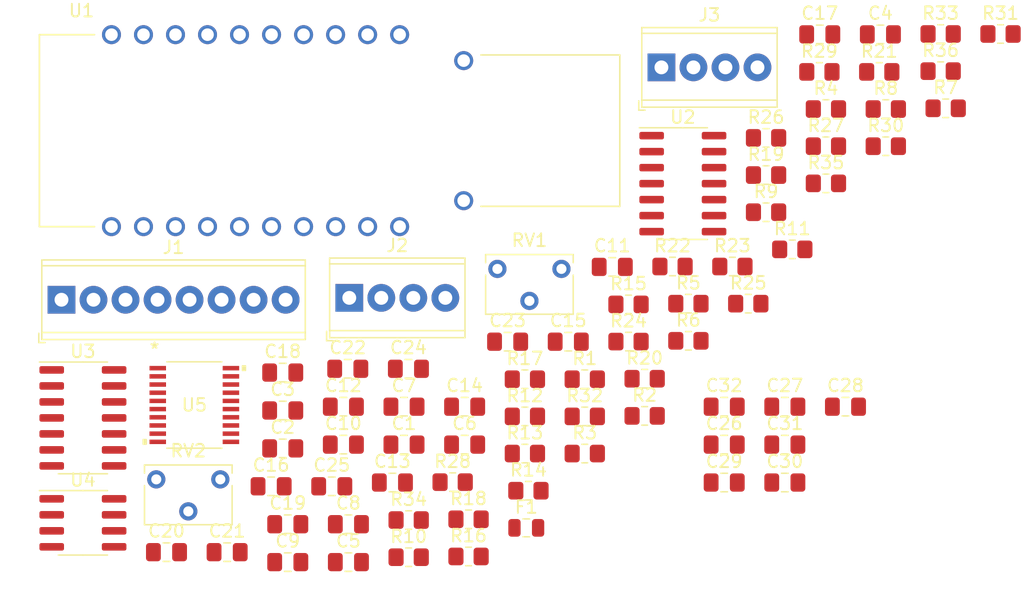
<source format=kicad_pcb>
(kicad_pcb (version 20211014) (generator pcbnew)
  (layers (0 "F.Cu" signal) (31 "B.Cu" signal) (34 "B.Paste" user) (35 "F.Paste" user) (36 "B.SilkS" user "B.Silkscreen") (37 "F.SilkS" user "F.Silkscreen") (38 "B.Mask" user) (39 "F.Mask" user) (44 "Edge.Cuts" user))
  (net 0 "")
  (net 1 "/CH0")
  (net 2 "Net-(C1-Pad2)")
  (net 3 "/CH1")
  (net 4 "Net-(C10-Pad1)")
  (net 5 "/CH2")
  (net 6 "Net-(C11-Pad1)")
  (net 7 "/CH3")
  (net 8 "Net-(C12-Pad1)")
  (net 9 "/CH4")
  (net 10 "Net-(C13-Pad1)")
  (net 11 "/CH5")
  (net 12 "Net-(C14-Pad1)")
  (net 13 "/CH6")
  (net 14 "Net-(C15-Pad1)")
  (net 15 "/CH7")
  (net 16 "Net-(C16-Pad1)")
  (net 17 "Net-(C9-Pad2)")
  (net 18 "Net-(C10-Pad2)")
  (net 19 "Net-(C11-Pad2)")
  (net 20 "Net-(C12-Pad2)")
  (net 21 "Net-(C13-Pad2)")
  (net 22 "Net-(C14-Pad2)")
  (net 23 "Net-(C15-Pad2)")
  (net 24 "Net-(C16-Pad2)")
  (net 25 "/OUT0")
  (net 26 "GNDA")
  (net 27 "/OUT1")
  (net 28 "/OUT2")
  (net 29 "/OUT3")
  (net 30 "/OUT4")
  (net 31 "/OUT5")
  (net 32 "/OUT6")
  (net 33 "/OUT7")
  (net 34 "Net-(C25-Pad1)")
  (net 37 "Net-(U4-Pad7)")
  (net 38 "ADC_AVDD")
  (net 39 "+5V")
  (net 40 "Net-(R25-Pad1)")
  (net 45 "Net-(R26-Pad1)")
  (net 48 "Net-(R27-Pad1)")
  (net 50 "Net-(R28-Pad1)")
  (net 51 "ADC_INT")
  (net 54 "Net-(R29-Pad1)")
  (net 55 "ADC_SDO")
  (net 56 "Net-(R30-Pad1)")
  (net 57 "ADC_SDI")
  (net 58 "Net-(R31-Pad1)")
  (net 59 "ADC_SCK")
  (net 60 "Net-(R32-Pad1)")
  (net 61 "ADC_CS")
  (net 62 "Net-(U5-Pad3)")
  (net 63 "EN_SENSOR")
  (net 64 "V_REGOUT0")
  (net 65 "ADC_MCK")
  (footprint "Resistor_SMD:R_0805_2012Metric_Pad1.20x1.40mm_HandSolder" (layer "F.Cu") (at 185.54 69.88)
    (fp_text reference "R8" (at 0 -1.65) (layer "F.SilkS"))
    (fp_text value "1M")
    (pad "1" smd roundrect (at -1 0) (size 1.2 1.4) (layers "F.Cu" "F.Paste" "F.Mask") (roundrect_rratio 0.208333) (net 26 "GNDA"))
    (pad "2" smd roundrect (at 1 0) (size 1.2 1.4) (layers "F.Cu" "F.Paste" "F.Mask") (roundrect_rratio 0.208333) (net 16 "Net-(C16-Pad1)"))
  )
  (footprint "Resistor_SMD:R_0805_2012Metric_Pad1.20x1.40mm_HandSolder" (layer "F.Cu") (at 166.41 91.29)
    (fp_text reference "R20" (at 0 -1.65) (layer "F.SilkS"))
    (fp_text value "3k")
    (pad "1" smd roundrect (at -1 0) (size 1.2 1.4) (layers "F.Cu" "F.Paste" "F.Mask") (roundrect_rratio 0.208333) (net 29 "/OUT3"))
    (pad "2" smd roundrect (at 1 0) (size 1.2 1.4) (layers "F.Cu" "F.Paste" "F.Mask") (roundrect_rratio 0.208333) (net 20 "Net-(C12-Pad2)"))
  )
  (footprint "Resistor_SMD:R_0805_2012Metric_Pad1.20x1.40mm_HandSolder" (layer "F.Cu") (at 169.88 88.28)
    (fp_text reference "R6" (at 0 -1.65) (layer "F.SilkS"))
    (fp_text value "1M")
    (pad "1" smd roundrect (at -1 0) (size 1.2 1.4) (layers "F.Cu" "F.Paste" "F.Mask") (roundrect_rratio 0.208333) (net 26 "GNDA"))
    (pad "2" smd roundrect (at 1 0) (size 1.2 1.4) (layers "F.Cu" "F.Paste" "F.Mask") (roundrect_rratio 0.208333) (net 12 "Net-(C14-Pad1)"))
  )
  (footprint "Resistor_SMD:R_0805_2012Metric_Pad1.20x1.40mm_HandSolder" (layer "F.Cu") (at 147.69 102.51)
    (fp_text reference "R34" (at 0 -1.65) (layer "F.SilkS"))
    (fp_text value "0")
    (pad "1" smd roundrect (at -1 0) (size 1.2 1.4) (layers "F.Cu" "F.Paste" "F.Mask") (roundrect_rratio 0.208333) (net 62 "Net-(U5-Pad3)"))
    (pad "2" smd roundrect (at 1 0) (size 1.2 1.4) (layers "F.Cu" "F.Paste" "F.Mask") (roundrect_rratio 0.208333) (net 26 "GNDA"))
  )
  (footprint "Capacitor_SMD:C_0805_2012Metric_Pad1.18x1.45mm_HandSolder" (layer "F.Cu") (at 185.11 63.95)
    (fp_text reference "C4" (at 0 -1.68) (layer "F.SilkS"))
    (fp_text value "10pF")
    (pad "1" smd roundrect (at -1.0375 0) (size 1.175 1.45) (layers "F.Cu" "F.Paste" "F.Mask") (roundrect_rratio 0.212766) (net 7 "/CH3"))
    (pad "2" smd roundrect (at 1.0375 0) (size 1.175 1.45) (layers "F.Cu" "F.Paste" "F.Mask") (roundrect_rratio 0.212766) (net 8 "Net-(C12-Pad1)"))
  )
  (footprint "Resistor_SMD:R_0805_2012Metric_Pad1.20x1.40mm_HandSolder" (layer "F.Cu") (at 156.91 91.33)
    (fp_text reference "R17" (at 0 -1.65) (layer "F.SilkS"))
    (fp_text value "3k")
    (pad "1" smd roundrect (at -1 0) (size 1.2 1.4) (layers "F.Cu" "F.Paste" "F.Mask") (roundrect_rratio 0.208333) (net 25 "/OUT0"))
    (pad "2" smd roundrect (at 1 0) (size 1.2 1.4) (layers "F.Cu" "F.Paste" "F.Mask") (roundrect_rratio 0.208333) (net 17 "Net-(C9-Pad2)"))
  )
  (footprint "Resistor_SMD:R_0805_2012Metric_Pad1.20x1.40mm_HandSolder" (layer "F.Cu") (at 161.66 97.23)
    (fp_text reference "R3" (at 0 -1.65) (layer "F.SilkS"))
    (fp_text value "1M")
    (pad "1" smd roundrect (at -1 0) (size 1.2 1.4) (layers "F.Cu" "F.Paste" "F.Mask") (roundrect_rratio 0.208333) (net 26 "GNDA"))
    (pad "2" smd roundrect (at 1 0) (size 1.2 1.4) (layers "F.Cu" "F.Paste" "F.Mask") (roundrect_rratio 0.208333) (net 6 "Net-(C11-Pad1)"))
  )
  (footprint "Resistor_SMD:R_0805_2012Metric_Pad1.20x1.40mm_HandSolder" (layer "F.Cu") (at 165.13 88.34)
    (fp_text reference "R24" (at 0 -1.65) (layer "F.SilkS"))
    (fp_text value "3k")
    (pad "1" smd roundrect (at -1 0) (size 1.2 1.4) (layers "F.Cu" "F.Paste" "F.Mask") (roundrect_rratio 0.208333) (net 33 "/OUT7"))
    (pad "2" smd roundrect (at 1 0) (size 1.2 1.4) (layers "F.Cu" "F.Paste" "F.Mask") (roundrect_rratio 0.208333) (net 24 "Net-(C16-Pad2)"))
  )
  (footprint "TerminalBlock_Phoenix:TerminalBlock_Phoenix_MPT-0,5-4-2.54_1x04_P2.54mm_Horizontal" (layer "F.Cu") (at 142.98 84.87)
    (fp_text reference "J2" (at 3.81 -4.16) (layer "F.SilkS"))
    (fp_text value "Screw_Terminal_01x04")
    (pad "1" thru_hole rect (at 0 0) (size 2.2 2.2) (drill 1.1) (layers *.Cu *.Mask) (net 26 "GNDA"))
    (pad "2" thru_hole circle (at 2.54 0) (size 2.2 2.2) (drill 1.1) (layers *.Cu *.Mask) (net 26 "GNDA"))
    (pad "3" thru_hole circle (at 5.08 0) (size 2.2 2.2) (drill 1.1) (layers *.Cu *.Mask) (net 26 "GNDA"))
    (pad "4" thru_hole circle (at 7.62 0) (size 2.2 2.2) (drill 1.1) (layers *.Cu *.Mask) (net 38 "ADC_AVDD"))
  )
  (footprint "Resistor_SMD:R_0805_2012Metric_Pad1.20x1.40mm_HandSolder" (layer "F.Cu") (at 180.27 66.93)
    (fp_text reference "R29" (at 0 -1.65) (layer "F.SilkS"))
    (fp_text value "100")
    (pad "1" smd roundrect (at -1 0) (size 1.2 1.4) (layers "F.Cu" "F.Paste" "F.Mask") (roundrect_rratio 0.208333) (net 54 "Net-(R29-Pad1)"))
    (pad "2" smd roundrect (at 1 0) (size 1.2 1.4) (layers "F.Cu" "F.Paste" "F.Mask") (roundrect_rratio 0.208333) (net 55 "ADC_SDO"))
  )
  (footprint "Package_SO:SOIC-8_3.9x4.9mm_P1.27mm" (layer "F.Cu") (at 121.85 102.73)
    (fp_text reference "U4" (at 0 -3.4) (layer "F.SilkS"))
    (fp_text value "MCP1501-33xSN")
    (pad "1" smd roundrect (at -2.475 -1.905) (size 1.95 0.6) (layers "F.Cu" "F.Paste" "F.Mask") (net 39 "+5V"))
    (pad "2" smd roundrect (at -2.475 -0.635) (size 1.95 0.6) (layers "F.Cu" "F.Paste" "F.Mask") (net 26 "GNDA"))
    (pad "3" smd roundrect (at -2.475 0.635) (size 1.95 0.6) (layers "F.Cu" "F.Paste" "F.Mask") (net 39 "+5V"))
    (pad "4" smd roundrect (at -2.475 1.905) (size 1.95 0.6) (layers "F.Cu" "F.Paste" "F.Mask") (net 26 "GNDA"))
    (pad "5" smd roundrect (at 2.475 1.905) (size 1.95 0.6) (layers "F.Cu" "F.Paste" "F.Mask") (net 26 "GNDA"))
    (pad "6" smd roundrect (at 2.475 0.635) (size 1.95 0.6) (layers "F.Cu" "F.Paste" "F.Mask") (net 26 "GNDA"))
    (pad "7" smd roundrect (at 2.475 -0.635) (size 1.95 0.6) (layers "F.Cu" "F.Paste" "F.Mask") (net 37 "Net-(U4-Pad7)"))
    (pad "8" smd roundrect (at 2.475 -1.905) (size 1.95 0.6) (layers "F.Cu" "F.Paste" "F.Mask") (net 37 "Net-(U4-Pad7)"))
  )
  (footprint "Capacitor_SMD:C_0805_2012Metric_Pad1.18x1.45mm_HandSolder" (layer "F.Cu") (at 137.7 90.8)
    (fp_text reference "C18" (at 0 -1.68) (layer "F.SilkS"))
    (fp_text value "C")
    (pad "1" smd roundrect (at -1.0375 0) (size 1.175 1.45) (layers "F.Cu" "F.Paste" "F.Mask") (roundrect_rratio 0.212766) (net 27 "/OUT1"))
    (pad "2" smd roundrect (at 1.0375 0) (size 1.175 1.45) (layers "F.Cu" "F.Paste" "F.Mask") (roundrect_rratio 0.212766) (net 26 "GNDA"))
  )
  (footprint "Library:MODULE_NRF52840-DONGLE" (layer "F.Cu") (at 141.42 71.595)
    (fp_text reference "U1" (at -19.685 -9.525) (layer "F.SilkS"))
    (fp_text value "NRF52840-DONGLE")
    (pad "0.02" thru_hole circle locked (at -7.145 7.62) (size 1.508 1.508) (drill 1) (layers *.Cu *.Mask))
    (pad "0.09" thru_hole circle locked (at -12.225 -7.62) (size 1.508 1.508) (drill 1) (layers *.Cu *.Mask))
    (pad "0.10" thru_hole circle locked (at -14.765 -7.62) (size 1.508 1.508) (drill 1) (layers *.Cu *.Mask))
    (pad "0.13" thru_hole circle locked (at 5.555 -7.62) (size 1.508 1.508) (drill 1) (layers *.Cu *.Mask))
    (pad "0.15" thru_hole circle locked (at 3.015 -7.62) (size 1.508 1.508) (drill 1) (layers *.Cu *.Mask))
    (pad "0.17" thru_hole circle locked (at 0.475 -7.62) (size 1.508 1.508) (drill 1) (layers *.Cu *.Mask))
    (pad "0.20" thru_hole circle locked (at -2.065 -7.62) (size 1.508 1.508) (drill 1) (layers *.Cu *.Mask) (net 63 "EN_SENSOR"))
    (pad "0.22" thru_hole circle locked (at -4.605 -7.62) (size 1.508 1.508) (drill 1) (layers *.Cu *.Mask) (net 40 "Net-(R25-Pad1)"))
    (pad "0.24" thru_hole circle locked (at -7.145 -7.62) (size 1.508 1.508) (drill 1) (layers *.Cu *.Mask) (net 45 "Net-(R26-Pad1)"))
    (pad "0.29" thru_hole circle locked (at -4.605 7.62) (size 1.508 1.508) (drill 1) (layers *.Cu *.Mask) (net 48 "Net-(R27-Pad1)"))
    (pad "0.31" thru_hole circle locked (at -2.065 7.62) (size 1.508 1.508) (drill 1) (layers *.Cu *.Mask) (net 50 "Net-(R28-Pad1)"))
    (pad "1.00" thru_hole circle locked (at -9.685 -7.62) (size 1.508 1.508) (drill 1) (layers *.Cu *.Mask) (net 54 "Net-(R29-Pad1)"))
    (pad "1.10" thru_hole circle locked (at -14.765 7.62) (size 1.508 1.508) (drill 1) (layers *.Cu *.Mask) (net 56 "Net-(R30-Pad1)"))
    (pad "1.13" thru_hole circle locked (at -12.225 7.62) (size 1.508 1.508) (drill 1) (layers *.Cu *.Mask) (net 58 "Net-(R31-Pad1)"))
    (pad "1.15" thru_hole circle locked (at -9.685 7.62) (size 1.508 1.508) (drill 1) (layers *.Cu *.Mask) (net 60 "Net-(R32-Pad1)"))
    (pad "G1" thru_hole circle locked (at -17.305 -7.62) (size 1.508 1.508) (drill 1) (layers *.Cu *.Mask) (net 26 "GNDA"))
    (pad "G2" thru_hole circle locked (at -17.305 7.62) (size 1.508 1.508) (drill 1) (layers *.Cu *.Mask) (net 26 "GNDA"))
    (pad "G3" thru_hole circle locked (at 0.475 7.62) (size 1.508 1.508) (drill 1) (layers *.Cu *.Mask) (net 26 "GNDA"))
    (pad "OUT" thru_hole circle locked (at 3.015 7.62) (size 1.508 1.508) (drill 1) (layers *.Cu *.Mask) (net 64 "V_REGOUT0"))
    (pad "SWDCLK" thru_hole circle locked (at 10.635 5.56) (size 1.508 1.508) (drill 1) (layers *.Cu *.Mask))
    (pad "SWDIO" thru_hole circle locked (at 10.635 -5.56) (size 1.508 1.508) (drill 1) (layers *.Cu *.Mask))
    (pad "VBUS" thru_hole circle locked (at 5.555 7.62) (size 1.508 1.508) (drill 1) (layers *.Cu *.Mask) (net 39 "+5V"))
  )
  (footprint "Resistor_SMD:R_0805_2012Metric_Pad1.20x1.40mm_HandSolder" (layer "F.Cu") (at 190.29 69.82)
    (fp_text reference "R7" (at 0 -1.65) (layer "F.SilkS"))
    (fp_text value "1M")
    (pad "1" smd roundrect (at -1 0) (size 1.2 1.4) (layers "F.Cu" "F.Paste" "F.Mask") (roundrect_rratio 0.208333) (net 26 "GNDA"))
    (pad "2" smd roundrect (at 1 0) (size 1.2 1.4) (layers "F.Cu" "F.Paste" "F.Mask") (roundrect_rratio 0.208333) (net 14 "Net-(C15-Pad1)"))
  )
  (footprint "Resistor_SMD:R_0805_2012Metric_Pad1.20x1.40mm_HandSolder" (layer "F.Cu") (at 174.63 85.33)
    (fp_text reference "R25" (at 0 -1.65) (layer "F.SilkS"))
    (fp_text value "100")
    (pad "1" smd roundrect (at -1 0) (size 1.2 1.4) (layers "F.Cu" "F.Paste" "F.Mask") (roundrect_rratio 0.208333) (net 40 "Net-(R25-Pad1)"))
    (pad "2" smd roundrect (at 1 0) (size 1.2 1.4) (layers "F.Cu" "F.Paste" "F.Mask") (roundrect_rratio 0.208333))
  )
  (footprint "Capacitor_SMD:C_0805_2012Metric_Pad1.18x1.45mm_HandSolder" (layer "F.Cu") (at 147.67 90.5)
    (fp_text reference "C24" (at 0 -1.68) (layer "F.SilkS"))
    (fp_text value "C")
    (pad "1" smd roundrect (at -1.0375 0) (size 1.175 1.45) (layers "F.Cu" "F.Paste" "F.Mask") (roundrect_rratio 0.212766) (net 33 "/OUT7"))
    (pad "2" smd roundrect (at 1.0375 0) (size 1.175 1.45) (layers "F.Cu" "F.Paste" "F.Mask") (roundrect_rratio 0.212766) (net 26 "GNDA"))
  )
  (footprint "Capacitor_SMD:C_0805_2012Metric_Pad1.18x1.45mm_HandSolder" (layer "F.Cu") (at 136.78 99.83)
    (fp_text reference "C16" (at 0 -1.68) (layer "F.SilkS"))
    (fp_text value "10pF")
    (pad "1" smd roundrect (at -1.0375 0) (size 1.175 1.45) (layers "F.Cu" "F.Paste" "F.Mask") (roundrect_rratio 0.212766) (net 16 "Net-(C16-Pad1)"))
    (pad "2" smd roundrect (at 1.0375 0) (size 1.175 1.45) (layers "F.Cu" "F.Paste" "F.Mask") (roundrect_rratio 0.212766) (net 24 "Net-(C16-Pad2)"))
  )
  (footprint "TerminalBlock_Phoenix:TerminalBlock_Phoenix_MPT-0,5-4-2.54_1x04_P2.54mm_Horizontal" (layer "F.Cu") (at 167.74 66.57)
    (fp_text reference "J3" (at 3.81 -4.16) (layer "F.SilkS"))
    (fp_text value "Screw_Terminal_01x04")
    (pad "1" thru_hole rect (at 0 0) (size 2.2 2.2) (drill 1.1) (layers *.Cu *.Mask) (net 26 "GNDA"))
    (pad "2" thru_hole circle (at 2.54 0) (size 2.2 2.2) (drill 1.1) (layers *.Cu *.Mask) (net 26 "GNDA"))
    (pad "3" thru_hole circle (at 5.08 0) (size 2.2 2.2) (drill 1.1) (layers *.Cu *.Mask) (net 26 "GNDA"))
    (pad "4" thru_hole circle (at 7.62 0) (size 2.2 2.2) (drill 1.1) (layers *.Cu *.Mask) (net 39 "+5V"))
  )
  (footprint "Capacitor_SMD:C_0805_2012Metric_Pad1.18x1.45mm_HandSolder" (layer "F.Cu") (at 142.91 102.84)
    (fp_text reference "C8" (at 0 -1.68) (layer "F.SilkS"))
    (fp_text value "10pF")
    (pad "1" smd roundrect (at -1.0375 0) (size 1.175 1.45) (layers "F.Cu" "F.Paste" "F.Mask") (roundrect_rratio 0.212766) (net 15 "/CH7"))
    (pad "2" smd roundrect (at 1.0375 0) (size 1.175 1.45) (layers "F.Cu" "F.Paste" "F.Mask") (roundrect_rratio 0.212766) (net 16 "Net-(C16-Pad1)"))
  )
  (footprint "Resistor_SMD:R_0805_2012Metric_Pad1.20x1.40mm_HandSolder" (layer "F.Cu") (at 189.89 63.92)
    (fp_text reference "R33" (at 0 -1.65) (layer "F.SilkS"))
    (fp_text value "0")
    (pad "1" smd roundrect (at -1 0) (size 1.2 1.4) (layers "F.Cu" "F.Paste" "F.Mask") (roundrect_rratio 0.208333) (net 38 "ADC_AVDD"))
    (pad "2" smd roundrect (at 1 0) (size 1.2 1.4) (layers "F.Cu" "F.Paste" "F.Mask") (roundrect_rratio 0.208333) (net 62 "Net-(U5-Pad3)"))
  )
  (footprint "Library:MCP3564" (layer "F.Cu") (at 130.689 93.376)
    (fp_text reference "U5" (at 0 0) (layer "F.SilkS"))
    (fp_text value "MCP3564")
    (fp_text user "*" (at -3.15595 -4.423601) (layer "F.SilkS"))
    (fp_text user "*" (at -3.15595 -4.423601) (layer "F.SilkS"))
    (pad "1" smd rect locked (at -2.90195 -2.925) (size 1.3081 0.3556) (layers "F.Cu" "F.Paste" "F.Mask") (net 38 "ADC_AVDD"))
    (pad "2" smd rect locked (at -2.90195 -2.274999) (size 1.3081 0.3556) (layers "F.Cu" "F.Paste" "F.Mask") (net 26 "GNDA"))
    (pad "3" smd rect locked (at -2.90195 -1.625001) (size 1.3081 0.3556) (layers "F.Cu" "F.Paste" "F.Mask") (net 62 "Net-(U5-Pad3)"))
    (pad "4" smd rect locked (at -2.90195 -0.974999) (size 1.3081 0.3556) (layers "F.Cu" "F.Paste" "F.Mask") (net 34 "Net-(C25-Pad1)"))
    (pad "5" smd rect locked (at -2.90195 -0.325001) (size 1.3081 0.3556) (layers "F.Cu" "F.Paste" "F.Mask") (net 25 "/OUT0"))
    (pad "6" smd rect locked (at -2.90195 0.324998) (size 1.3081 0.3556) (layers "F.Cu" "F.Paste" "F.Mask") (net 27 "/OUT1"))
    (pad "7" smd rect locked (at -2.90195 0.974999) (size 1.3081 0.3556) (layers "F.Cu" "F.Paste" "F.Mask") (net 28 "/OUT2"))
    (pad "8" smd rect locked (at -2.90195 1.624998) (size 1.3081 0.3556) (layers "F.Cu" "F.Paste" "F.Mask") (net 29 "/OUT3"))
    (pad "9" smd rect locked (at -2.90195 2.274999) (size 1.3081 0.3556) (layers "F.Cu" "F.Paste" "F.Mask") (net 30 "/OUT4"))
    (pad "10" smd rect locked (at -2.90195 2.924998) (size 1.3081 0.3556) (layers "F.Cu" "F.Paste" "F.Mask") (net 31 "/OUT5"))
    (pad "11" smd rect locked (at 2.90195 2.925) (size 1.3081 0.3556) (layers "F.Cu" "F.Paste" "F.Mask") (net 32 "/OUT6"))
    (pad "12" smd rect locked (at 2.90195 2.275002) (size 1.3081 0.3556) (layers "F.Cu" "F.Paste" "F.Mask") (net 33 "/OUT7"))
    (pad "13" smd rect locked (at 2.90195 1.625001) (size 1.3081 0.3556) (layers "F.Cu" "F.Paste" "F.Mask") (net 61 "ADC_CS"))
    (pad "14" smd rect locked (at 2.90195 0.975002) (size 1.3081 0.3556) (layers "F.Cu" "F.Paste" "F.Mask") (net 59 "ADC_SCK"))
    (pad "15" smd rect locked (at 2.90195 0.325001) (size 1.3081 0.3556) (layers "F.Cu" "F.Paste" "F.Mask") (net 57 "ADC_SDI"))
    (pad "16" smd rect locked (at 2.90195 -0.324998) (size 1.3081 0.3556) (layers "F.Cu" "F.Paste" "F.Mask") (net 55 "ADC_SDO"))
    (pad "17" smd rect locked (at 2.90195 -0.974999) (size 1.3081 0.3556) (layers "F.Cu" "F.Paste" "F.Mask") (net 51 "ADC_INT"))
    (pad "18" smd rect locked (at 2.90195 -1.624998) (size 1.3081 0.3556) (layers "F.Cu" "F.Paste" "F.Mask") (net 65 "ADC_MCK"))
    (pad "19" smd rect locked (at 2.90195 -2.274999) (size 1.3081 0.3556) (layers "F.Cu" "F.Paste" "F.Mask") (net 26 "GNDA"))
    (pad "20" smd rect locked (at 2.90195 -2.924998) (size 1.3081 0.3556) (layers "F.Cu" "F.Paste" "F.Mask") (net 64 "V_REGOUT0"))
  )
  (footprint "Capacitor_SMD:C_0805_2012Metric_Pad1.18x1.45mm_HandSolder" (layer "F.Cu") (at 138.1 102.84)
    (fp_text reference "C19" (at 0 -1.68) (layer "F.SilkS"))
    (fp_text value "C")
    (pad "1" smd roundrect (at -1.0375 0) (size 1.175 1.45) (layers "F.Cu" "F.Paste" "F.Mask") (roundrect_rratio 0.212766) (net 28 "/OUT2"))
    (pad "2" smd roundrect (at 1.0375 0) (size 1.175 1.45) (layers "F.Cu" "F.Paste" "F.Mask") (roundrect_rratio 0.212766) (net 26 "GNDA"))
  )
  (footprint "Capacitor_SMD:C_0805_2012Metric_Pad1.18x1.45mm_HandSolder" (layer "F.Cu") (at 155.54 88.35)
    (fp_text reference "C23" (at 0 -1.68) (layer "F.SilkS"))
    (fp_text value "C")
    (pad "1" smd roundrect (at -1.0375 0) (size 1.175 1.45) (layers "F.Cu" "F.Paste" "F.Mask") (roundrect_rratio 0.212766) (net 32 "/OUT6"))
    (pad "2" smd roundrect (at 1.0375 0) (size 1.175 1.45) (layers "F.Cu" "F.Paste" "F.Mask") (roundrect_rratio 0.212766) (net 26 "GNDA"))
  )
  (footprint "TerminalBlock_Phoenix:TerminalBlock_Phoenix_MPT-0,5-8-2.54_1x08_P2.54mm_Horizontal" (layer "F.Cu") (at 120.15 85.02)
    (fp_text reference "J1" (at 8.89 -4.16) (layer "F.SilkS"))
    (fp_text value "Screw_Terminal_01x08")
    (pad "1" thru_hole rect (at 0 0) (size 2.2 2.2) (drill 1.1) (layers *.Cu *.Mask) (net 1 "/CH0"))
    (pad "2" thru_hole circle (at 2.54 0) (size 2.2 2.2) (drill 1.1) (layers *.Cu *.Mask) (net 3 "/CH1"))
    (pad "3" thru_hole circle (at 5.08 0) (size 2.2 2.2) (drill 1.1) (layers *.Cu *.Mask) (net 5 "/CH2"))
    (pad "4" thru_hole circle (at 7.62 0) (size 2.2 2.2) (drill 1.1) (layers *.Cu *.Mask) (net 7 "/CH3"))
    (pad "5" thru_hole circle (at 10.16 0) (size 2.2 2.2) (drill 1.1) (layers *.Cu *.Mask) (net 9 "/CH4"))
    (pad "6" thru_hole circle (at 12.7 0) (size 2.2 2.2) (drill 1.1) (layers *.Cu *.Mask) (net 11 "/CH5"))
    (pad "7" thru_hole circle (at 15.24 0) (size 2.2 2.2) (drill 1.1) (layers *.Cu *.Mask) (net 13 "/CH6"))
    (pad "8" thru_hole circle (at 17.78 0) (size 2.2 2.2) (drill 1.1) (layers *.Cu *.Mask) (net 15 "/CH7"))
  )
  (footprint "Potentiometer_THT:Potentiometer_Bourns_3266W_Vertical" (layer "F.Cu") (at 159.81 82.57)
    (fp_text reference "RV1" (at -2.54 -2.27) (layer "F.SilkS"))
    (fp_text value "R_Potentiometer_Trim")
    (pad "1" thru_hole circle (at 0 0) (size 1.44 1.44) (drill 0.8) (layers *.Cu *.Mask) (net 38 "ADC_AVDD"))
    (pad "2" thru_hole circle (at -2.54 2.54) (size 1.44 1.44) (drill 0.8) (layers *.Cu *.Mask) (net 62 "Net-(U5-Pad3)"))
    (pad "3" thru_hole circle (at -5.08 0) (size 1.44 1.44) (drill 0.8) (layers *.Cu *.Mask) (net 26 "GNDA"))
  )
  (footprint "Capacitor_SMD:C_0805_2012Metric_Pad1.18x1.45mm_HandSolder" (layer "F.Cu") (at 142.86 90.5)
    (fp_text reference "C22" (at 0 -1.68) (layer "F.SilkS"))
    (fp_text value "C")
    (pad "1" smd roundrect (at -1.0375 0) (size 1.175 1.45) (layers "F.Cu" "F.Paste" "F.Mask") (roundrect_rratio 0.212766) (net 31 "/OUT5"))
    (pad "2" smd roundrect (at 1.0375 0) (size 1.175 1.45) (layers "F.Cu" "F.Paste" "F.Mask") (roundrect_rratio 0.212766) (net 26 "GNDA"))
  )
  (footprint "Resistor_SMD:R_0805_2012Metric_Pad1.20x1.40mm_HandSolder" (layer "F.Cu") (at 189.89 66.87)
    (fp_text reference "R36" (at 0 -1.65) (layer "F.SilkS"))
    (fp_text value "0")
    (pad "1" smd roundrect (at -1 0) (size 1.2 1.4) (layers "F.Cu" "F.Paste" "F.Mask") (roundrect_rratio 0.208333) (net 34 "Net-(C25-Pad1)"))
    (pad "2" smd roundrect (at 1 0) (size 1.2 1.4) (layers "F.Cu" "F.Paste" "F.Mask") (roundrect_rratio 0.208333) (net 26 "GNDA"))
  )
  (footprint "Capacitor_SMD:C_0805_2012Metric_Pad1.18x1.45mm_HandSolder" (layer "F.Cu") (at 152.13 96.52)
    (fp_text reference "C6" (at 0 -1.68) (layer "F.SilkS"))
    (fp_text value "10pF")
    (pad "1" smd roundrect (at -1.0375 0) (size 1.175 1.45) (layers "F.Cu" "F.Paste" "F.Mask") (roundrect_rratio 0.212766) (net 11 "/CH5"))
    (pad "2" smd roundrect (at 1.0375 0) (size 1.175 1.45) (layers "F.Cu" "F.Paste" "F.Mask") (roundrect_rratio 0.212766) (net 12 "Net-(C14-Pad1)"))
  )
  (footprint "Resistor_SMD:R_0805_2012Metric_Pad1.20x1.40mm_HandSolder" (layer "F.Cu") (at 152.44 105.4)
    (fp_text reference "R16" (at 0 -1.65) (layer "F.SilkS"))
    (fp_text value "1M")
    (pad "1" smd roundrect (at -1 0) (size 1.2 1.4) (layers "F.Cu" "F.Paste" "F.Mask") (roundrect_rratio 0.208333) (net 16 "Net-(C16-Pad1)"))
    (pad "2" smd roundrect (at 1 0) (size 1.2 1.4) (layers "F.Cu" "F.Paste" "F.Mask") (roundrect_rratio 0.208333) (net 24 "Net-(C16-Pad2)"))
  )
  (footprint "Resistor_SMD:R_0805_2012Metric_Pad1.20x1.40mm_HandSolder" (layer "F.Cu") (at 156.91 97.23)
    (fp_text reference "R13" (at 0 -1.65) (layer "F.SilkS"))
    (fp_text value "1M")
    (pad "1" smd roundrect (at -1 0) (size 1.2 1.4) (layers "F.Cu" "F.Paste" "F.Mask") (roundrect_rratio 0.208333) (net 10 "Net-(C13-Pad1)"))
    (pad "2" smd roundrect (at 1 0) (size 1.2 1.4) (layers "F.Cu" "F.Paste" "F.Mask") (roundrect_rratio 0.208333) (net 21 "Net-(C13-Pad2)"))
  )
  (footprint "Fuse:Fuse_0805_2012Metric" (layer "F.Cu") (at 157.02 103.13)
    (fp_text reference "F1" (at 0 -1.65) (layer "F.SilkS"))
    (fp_text value "20mA")
    (pad "1" smd roundrect (at -0.9375 0) (size 0.975 1.4) (layers "F.Cu" "F.Paste" "F.Mask") (net 37 "Net-(U4-Pad7)"))
    (pad "2" smd roundrect (at 0.9375 0) (size 0.975 1.4) (layers "F.Cu" "F.Paste" "F.Mask") (net 38 "ADC_AVDD"))
  )
  (footprint "Resistor_SMD:R_0805_2012Metric_Pad1.20x1.40mm_HandSolder" (layer "F.Cu") (at 185.54 72.83)
    (fp_text reference "R30" (at 0 -1.65) (layer "F.SilkS"))
    (fp_text value "100")
    (pad "1" smd roundrect (at -1 0) (size 1.2 1.4) (layers "F.Cu" "F.Paste" "F.Mask") (roundrect_rratio 0.208333) (net 56 "Net-(R30-Pad1)"))
    (pad "2" smd roundrect (at 1 0) (size 1.2 1.4) (layers "F.Cu" "F.Paste" "F.Mask") (roundrect_rratio 0.208333) (net 57 "ADC_SDI"))
  )
  (footprint "Capacitor_SMD:C_0805_2012Metric_Pad1.18x1.45mm_HandSolder" (layer "F.Cu") (at 142.51 93.51)
    (fp_text reference "C12" (at 0 -1.68) (layer "F.SilkS"))
    (fp_text value "10pF")
    (pad "1" smd roundrect (at -1.0375 0) (size 1.175 1.45) (layers "F.Cu" "F.Paste" "F.Mask") (roundrect_rratio 0.212766) (net 8 "Net-(C12-Pad1)"))
    (pad "2" smd roundrect (at 1.0375 0) (size 1.175 1.45) (layers "F.Cu" "F.Paste" "F.Mask") (roundrect_rratio 0.212766) (net 20 "Net-(C12-Pad2)"))
  )
  (footprint "Capacitor_SMD:C_0805_2012Metric_Pad1.18x1.45mm_HandSolder" (layer "F.Cu") (at 141.59 99.83)
    (fp_text reference "C25" (at 0 -1.68) (layer "F.SilkS"))
    (fp_text value "C")
    (pad "1" smd roundrect (at -1.0375 0) (size 1.175 1.45) (layers "F.Cu" "F.Paste" "F.Mask") (roundrect_rratio 0.212766) (net 34 "Net-(C25-Pad1)"))
    (pad "2" smd roundrect (at 1.0375 0) (size 1.175 1.45) (layers "F.Cu" "F.Paste" "F.Mask") (roundrect_rratio 0.212766) (net 26 "GNDA"))
  )
  (footprint "Resistor_SMD:R_0805_2012Metric_Pad1.20x1.40mm_HandSolder" (layer "F.Cu") (at 173.37 82.38)
    (fp_text reference "R23" (at 0 -1.65) (layer "F.SilkS"))
    (fp_text value "3k")
    (pad "1" smd roundrect (at -1 0) (size 1.2 1.4) (layers "F.Cu" "F.Paste" "F.Mask") (roundrect_rratio 0.208333) (net 32 "/OUT6"))
    (pad "2" smd roundrect (at 1 0) (size 1.2 1.4) (layers "F.Cu" "F.Paste" "F.Mask") (roundrect_rratio 0.208333) (net 23 "Net-(C15-Pad2)"))
  )
  (footprint "Package_SO:SOIC-14_3.9x8.7mm_P1.27mm" (layer "F.Cu") (at 121.85 94.4)
    (fp_text reference "U3" (at 0 -5.28) (layer "F.SilkS"))
    (fp_text value "MCP6004")
    (pad "1" smd roundrect (at -2.475 -3.81) (size 1.95 0.6) (layers "F.Cu" "F.Paste" "F.Mask") (net 23 "Net-(C15-Pad2)"))
    (pad "2" smd roundrect (at -2.475 -2.54) (size 1.95 0.6) (layers "F.Cu" "F.Paste" "F.Mask") (net 14 "Net-(C15-Pad1)"))
    (pad "3" smd roundrect (at -2.475 -1.27) (size 1.95 0.6) (layers "F.Cu" "F.Paste" "F.Mask") (net 26 "GNDA"))
    (pad "4" smd roundrect (at -2.475 0) (size 1.95 0.6) (layers "F.Cu" "F.Paste" "F.Mask") (net 38 "ADC_AVDD"))
    (pad "5" smd roundrect (at -2.475 1.27) (size 1.95 0.6) (layers "F.Cu" "F.Paste" "F.Mask") (net 26 "GNDA"))
    (pad "6" smd roundrect (at -2.475 2.54) (size 1.95 0.6) (layers "F.Cu" "F.Paste" "F.Mask") (net 12 "Net-(C14-Pad1)"))
    (pad "7" smd roundrect (at -2.475 3.81) (size 1.95 0.6) (layers "F.Cu" "F.Paste" "F.Mask") (net 22 "Net-(C14-Pad2)"))
    (pad "8" smd roundrect (at 2.475 3.81) (size 1.95 0.6) (layers "F.Cu" "F.Paste" "F.Mask") (net 21 "Net-(C13-Pad2)"))
    (pad "9" smd roundrect (at 2.475 2.54) (size 1.95 0.6) (layers "F.Cu" "F.Paste" "F.Mask") (net 10 "Net-(C13-Pad1)"))
    (pad "10" smd roundrect (at 2.475 1.27) (size 1.95 0.6) (layers "F.Cu" "F.Paste" "F.Mask") (net 26 "GNDA"))
    (pad "11" smd roundrect (at 2.475 0) (size 1.95 0.6) (layers "F.Cu" "F.Paste" "F.Mask") (net 26 "GNDA"))
    (pad "12" smd roundrect (at 2.475 -1.27) (size 1.95 0.6) (layers "F.Cu" "F.Paste" "F.Mask") (net 26 "GNDA"))
    (pad "13" smd roundrect (at 2.475 -2.54) (size 1.95 0.6) (layers "F.Cu" "F.Paste" "F.Mask") (net 16 "Net-(C16-Pad1)"))
    (pad "14" smd roundrect (at 2.475 -3.81) (size 1.95 0.6) (layers "F.Cu" "F.Paste" "F.Mask") (net 24 "Net-(C16-Pad2)"))
  )
  (footprint "Capacitor_SMD:C_0805_2012Metric_Pad1.18x1.45mm_HandSolder" (layer "F.Cu") (at 137.7 96.82)
    (fp_text reference "C2" (at 0 -1.68) (layer "F.SilkS"))
    (fp_text value "10pF")
    (pad "1" smd roundrect (at -1.0375 0) (size 1.175 1.45) (layers "F.Cu" "F.Paste" "F.Mask") (roundrect_rratio 0.212766) (net 3 "/CH1"))
    (pad "2" smd roundrect (at 1.0375 0) (size 1.175 1.45) (layers "F.Cu" "F.Paste" "F.Mask") (roundrect_rratio 0.212766) (net 4 "Net-(C10-Pad1)"))
  )
  (footprint "Capacitor_SMD:C_0805_2012Metric_Pad1.18x1.45mm_HandSolder" (layer "F.Cu") (at 133.29 105.06)
    (fp_text reference "C21" (at 0 -1.68) (layer "F.SilkS"))
    (fp_text value "C")
    (pad "1" smd roundrect (at -1.0375 0) (size 1.175 1.45) (layers "F.Cu" "F.Paste" "F.Mask") (roundrect_rratio 0.212766) (net 30 "/OUT4"))
    (pad "2" smd roundrect (at 1.0375 0) (size 1.175 1.45) (layers "F.Cu" "F.Paste" "F.Mask") (roundrect_rratio 0.212766) (net 26 "GNDA"))
  )
  (footprint "Capacitor_SMD:C_0805_2012Metric_Pad1.18x1.45mm_HandSolder" (layer "F.Cu") (at 177.53 99.53)
    (fp_text reference "C30" (at 0 -1.68) (layer "F.SilkS"))
    (fp_text value "C")
    (pad "1" smd roundrect (at -1.0375 0) (size 1.175 1.45) (layers "F.Cu" "F.Paste" "F.Mask") (roundrect_rratio 0.212766) (net 38 "ADC_AVDD"))
    (pad "2" smd roundrect (at 1.0375 0) (size 1.175 1.45) (layers "F.Cu" "F.Paste" "F.Mask") (roundrect_rratio 0.212766) (net 26 "GNDA"))
  )
  (footprint "Resistor_SMD:R_0805_2012Metric_Pad1.20x1.40mm_HandSolder" (layer "F.Cu") (at 161.66 94.28)
    (fp_text reference "R32" (at 0 -1.65) (layer "F.SilkS"))
    (fp_text value "100")
    (pad "1" smd roundrect (at -1 0) (size 1.2 1.4) (layers "F.Cu" "F.Paste" "F.Mask") (roundrect_rratio 0.208333) (net 60 "Net-(R32-Pad1)"))
    (pad "2" smd roundrect (at 1 0) (size 1.2 1.4) (layers "F.Cu" "F.Paste" "F.Mask") (roundrect_rratio 0.208333) (net 61 "ADC_CS"))
  )
  (footprint "Capacitor_SMD:C_0805_2012Metric_Pad1.18x1.45mm_HandSolder" (layer "F.Cu") (at 163.84 82.41)
    (fp_text reference "C11" (at 0 -1.68) (layer "F.SilkS"))
    (fp_text value "10pF")
    (pad "1" smd roundrect (at -1.0375 0) (size 1.175 1.45) (layers "F.Cu" "F.Paste" "F.Mask") (roundrect_rratio 0.212766) (net 6 "Net-(C11-Pad1)"))
    (pad "2" smd roundrect (at 1.0375 0) (size 1.175 1.45) (layers "F.Cu" "F.Paste" "F.Mask") (roundrect_rratio 0.212766) (net 19 "Net-(C11-Pad2)"))
  )
  (footprint "Resistor_SMD:R_0805_2012Metric_Pad1.20x1.40mm_HandSolder" (layer "F.Cu") (at 156.91 94.28)
    (fp_text reference "R12" (at 0 -1.65) (layer "F.SilkS"))
    (fp_text value "1M")
    (pad "1" smd roundrect (at -1 0) (size 1.2 1.4) (layers "F.Cu" "F.Paste" "F.Mask") (roundrect_rratio 0.208333) (net 8 "Net-(C12-Pad1)"))
    (pad "2" smd roundrect (at 1 0) (size 1.2 1.4) (layers "F.Cu" "F.Paste" "F.Mask") (roundrect_rratio 0.208333) (net 20 "Net-(C12-Pad2)"))
  )
  (footprint "Capacitor_SMD:C_0805_2012Metric_Pad1.18x1.45mm_HandSolder" (layer "F.Cu") (at 172.72 99.53)
    (fp_text reference "C29" (at 0 -1.68) (layer "F.SilkS"))
    (fp_text value "C")
    (pad "1" smd roundrect (at -1.0375 0) (size 1.175 1.45) (layers "F.Cu" "F.Paste" "F.Mask") (roundrect_rratio 0.212766) (net 38 "ADC_AVDD"))
    (pad "2" smd roundrect (at 1.0375 0) (size 1.175 1.45) (layers "F.Cu" "F.Paste" "F.Mask") (roundrect_rratio 0.212766) (net 26 "GNDA"))
  )
  (footprint "Capacitor_SMD:C_0805_2012Metric_Pad1.18x1.45mm_HandSolder" (layer "F.Cu") (at 182.34 93.51)
    (fp_text reference "C28" (at 0 -1.68) (layer "F.SilkS"))
    (fp_text value "C")
    (pad "1" smd roundrect (at -1.0375 0) (size 1.175 1.45) (layers "F.Cu" "F.Paste" "F.Mask") (roundrect_rratio 0.212766) (net 39 "+5V"))
    (pad "2" smd roundrect (at 1.0375 0) (size 1.175 1.45) (layers "F.Cu" "F.Paste" "F.Mask") (roundrect_rratio 0.212766) (net 26 "GNDA"))
  )
  (footprint "Resistor_SMD:R_0805_2012Metric_Pad1.20x1.40mm_HandSolder" (layer "F.Cu") (at 176.04 75.12)
    (fp_text reference "R19" (at 0 -1.65) (layer "F.SilkS"))
    (fp_text value "3k")
    (pad "1" smd roundrect (at -1 0) (size 1.2 1.4) (layers "F.Cu" "F.Paste" "F.Mask") (roundrect_rratio 0.208333) (net 28 "/OUT2"))
    (pad "2" smd roundrect (at 1 0) (size 1.2 1.4) (layers "F.Cu" "F.Paste" "F.Mask") (roundrect_rratio 0.208333) (net 19 "Net-(C11-Pad2)"))
  )
  (footprint "Resistor_SMD:R_0805_2012Metric_Pad1.20x1.40mm_HandSolder" (layer "F.Cu") (at 180.79 72.83)
    (fp_text reference "R27" (at 0 -1.65) (layer "F.SilkS"))
    (fp_text value "100")
    (pad "1" smd roundrect (at -1 0) (size 1.2 1.4) (layers "F.Cu" "F.Paste" "F.Mask") (roundrect_rratio 0.208333) (net 48 "Net-(R27-Pad1)"))
    (pad "2" smd roundrect (at 1 0) (size 1.2 1.4) (layers "F.Cu" "F.Paste" "F.Mask") (roundrect_rratio 0.208333))
  )
  (footprint "Resistor_SMD:R_0805_2012Metric_Pad1.20x1.40mm_HandSolder" (layer "F.Cu") (at 157.19 100.18)
    (fp_text reference "R14" (at 0 -1.65) (layer "F.SilkS"))
    (fp_text value "1M")
    (pad "1" smd roundrect (at -1 0) (size 1.2 1.4) (layers "F.Cu" "F.Paste" "F.Mask") (roundrect_rratio 0.208333) (net 12 "Net-(C14-Pad1)"))
    (pad "2" smd roundrect (at 1 0) (size 1.2 1.4) (layers "F.Cu" "F.Paste" "F.Mask") (roundrect_rratio 0.208333) (net 22 "Net-(C14-Pad2)"))
  )
  (footprint "Resistor_SMD:R_0805_2012Metric_Pad1.20x1.40mm_HandSolder" (layer "F.Cu") (at 176.04 72.17)
    (fp_text reference "R26" (at 0 -1.65) (layer "F.SilkS"))
    (fp_text value "100")
    (pad "1" smd roundrect (at -1 0) (size 1.2 1.4) (layers "F.Cu" "F.Paste" "F.Mask") (roundrect_rratio 0.208333) (net 45 "Net-(R26-Pad1)"))
    (pad "2" smd roundrect (at 1 0) (size 1.2 1.4) (layers "F.Cu" "F.Paste" "F.Mask") (roundrect_rratio 0.208333))
  )
  (footprint "Capacitor_SMD:C_0805_2012Metric_Pad1.18x1.45mm_HandSolder" (layer "F.Cu") (at 160.35 88.35)
    (fp_text reference "C15" (at 0 -1.68) (layer "F.SilkS"))
    (fp_text value "10pF")
    (pad "1" smd roundrect (at -1.0375 0) (size 1.175 1.45) (layers "F.Cu" "F.Paste" "F.Mask") (roundrect_rratio 0.212766) (net 14 "Net-(C15-Pad1)"))
    (pad "2" smd roundrect (at 1.0375 0) (size 1.175 1.45) (layers "F.Cu" "F.Paste" "F.Mask") (roundrect_rratio 0.212766) (net 23 "Net-(C15-Pad2)"))
  )
  (footprint "Resistor_SMD:R_0805_2012Metric_Pad1.20x1.40mm_HandSolder" (layer "F.Cu") (at 151.18 99.5)
    (fp_text reference "R28" (at 0 -1.65) (layer "F.SilkS"))
    (fp_text value "100")
    (pad "1" smd roundrect (at -1 0) (size 1.2 1.4) (layers "F.Cu" "F.Paste" "F.Mask") (roundrect_rratio 0.208333) (net 50 "Net-(R28-Pad1)"))
    (pad "2" smd roundrect (at 1 0) (size 1.2 1.4) (layers "F.Cu" "F.Paste" "F.Mask") (roundrect_rratio 0.208333) (net 51 "ADC_INT"))
  )
  (footprint "Capacitor_SMD:C_0805_2012Metric_Pad1.18x1.45mm_HandSolder" (layer "F.Cu") (at 177.53 96.52)
    (fp_text reference "C31" (at 0 -1.68) (layer "F.SilkS"))
    (fp_text value "C")
    (pad "1" smd roundrect (at -1.0375 0) (size 1.175 1.45) (layers "F.Cu" "F.Paste" "F.Mask") (roundrect_rratio 0.212766) (net 38 "ADC_AVDD"))
    (pad "2" smd roundrect (at 1.0375 0) (size 1.175 1.45) (layers "F.Cu" "F.Paste" "F.Mask") (roundrect_rratio 0.212766) (net 26 "GNDA"))
  )
  (footprint "Resistor_SMD:R_0805_2012Metric_Pad1.20x1.40mm_HandSolder" (layer "F.Cu") (at 178.12 81.02)
    (fp_text reference "R11" (at 0 -1.65) (layer "F.SilkS"))
    (fp_text value "1M")
    (pad "1" smd roundrect (at -1 0) (size 1.2 1.4) (layers "F.Cu" "F.Paste" "F.Mask") (roundrect_rratio 0.208333) (net 6 "Net-(C11-Pad1)"))
    (pad "2" smd roundrect (at 1 0) (size 1.2 1.4) (layers "F.Cu" "F.Paste" "F.Mask") (roundrect_rratio 0.208333) (net 19 "Net-(C11-Pad2)"))
  )
  (footprint "Resistor_SMD:R_0805_2012Metric_Pad1.20x1.40mm_HandSolder" (layer "F.Cu") (at 194.64 63.92)
    (fp_text reference "R31" (at 0 -1.65) (layer "F.SilkS"))
    (fp_text value "100")
    (pad "1" smd roundrect (at -1 0) (size 1.2 1.4) (layers "F.Cu" "F.Paste" "F.Mask") (roundrect_rratio 0.208333) (net 58 "Net-(R31-Pad1)"))
    (pad "2" smd roundrect (at 1 0) (size 1.2 1.4) (layers "F.Cu" "F.Paste" "F.Mask") (roundrect_rratio 0.208333) (net 59 "ADC_SCK"))
  )
  (footprint "Resistor_SMD:R_0805_2012Metric_Pad1.20x1.40mm_HandSolder" (layer "F.Cu") (at 168.62 82.38)
    (fp_text reference "R22" (at 0 -1.65) (layer "F.SilkS"))
    (fp_text value "3k")
    (pad "1" smd roundrect (at -1 0) (size 1.2 1.4) (layers "F.Cu" "F.Paste" "F.Mask") (roundrect_rratio 0.208333) (net 31 "/OUT5"))
    (pad "2" smd roundrect (at 1 0) (size 1.2 1.4) (layers "F.Cu" "F.Paste" "F.Mask") (roundrect_rratio 0.208333) (net 22 "Net-(C14-Pad2)"))
  )
  (footprint "Capacitor_SMD:C_0805_2012Metric_Pad1.18x1.45mm_HandSolder" (layer "F.Cu") (at 142.51 96.52)
    (fp_text reference "C10" (at 0 -1.68) (layer "F.SilkS"))
    (fp_text value "10pF")
    (pad "1" smd roundrect (at -1.0375 0) (size 1.175 1.45) (layers "F.Cu" "F.Paste" "F.Mask") (roundrect_rratio 0.212766) (net 4 "Net-(C10-Pad1)"))
    (pad "2" smd roundrect (at 1.0375 0) (size 1.175 1.45) (layers "F.Cu" "F.Paste" "F.Mask") (roundrect_rratio 0.212766) (net 18 "Net-(C10-Pad2)"))
  )
  (footprint "Resistor_SMD:R_0805_2012Metric_Pad1.20x1.40mm_HandSolder" (layer "F.Cu") (at 165.13 85.39)
    (fp_text reference "R15" (at 0 -1.65) (layer "F.SilkS"))
    (fp_text value "1M")
    (pad "1" smd roundrect (at -1 0) (size 1.2 1.4) (layers "F.Cu" "F.Paste" "F.Mask") (roundrect_rratio 0.208333) (net 14 "Net-(C15-Pad1)"))
    (pad "2" smd roundrect (at 1 0) (size 1.2 1.4) (layers "F.Cu" "F.Paste" "F.Mask") (roundrect_rratio 0.208333) (net 23 "Net-(C15-Pad2)"))
  )
  (footprint "Potentiometer_THT:Potentiometer_Bourns_3266W_Vertical" (layer "F.Cu") (at 132.75 99.28)
    (fp_text reference "RV2" (at -2.54 -2.27) (layer "F.SilkS"))
    (fp_text value "R_Potentiometer_Trim")
    (pad "1" thru_hole circle (at 0 0) (size 1.44 1.44) (drill 0.8) (layers *.Cu *.Mask) (net 38 "ADC_AVDD"))
    (pad "2" thru_hole circle (at -2.54 2.54) (size 1.44 1.44) (drill 0.8) (layers *.Cu *.Mask) (net 34 "Net-(C25-Pad1)"))
    (pad "3" thru_hole circle (at -5.08 0) (size 1.44 1.44) (drill 0.8) (layers *.Cu *.Mask) (net 26 "GNDA"))
  )
  (footprint "Capacitor_SMD:C_0805_2012Metric_Pad1.18x1.45mm_HandSolder" (layer "F.Cu") (at 152.13 93.51)
    (fp_text reference "C14" (at 0 -1.68) (layer "F.SilkS"))
    (fp_text value "10pF")
    (pad "1" smd roundrect (at -1.0375 0) (size 1.175 1.45) (layers "F.Cu" "F.Paste" "F.Mask") (roundrect_rratio 0.212766) (net 12 "Net-(C14-Pad1)"))
    (pad "2" smd roundrect (at 1.0375 0) (size 1.175 1.45) (layers "F.Cu" "F.Paste" "F.Mask") (roundrect_rratio 0.212766) (net 22 "Net-(C14-Pad2)"))
  )
  (footprint "Resistor_SMD:R_0805_2012Metric_Pad1.20x1.40mm_HandSolder" (layer "F.Cu") (at 166.41 94.24)
    (fp_text reference "R2" (at 0 -1.65) (layer "F.SilkS"))
    (fp_text value "1M")
    (pad "1" smd roundrect (at -1 0) (size 1.2 1.4) (layers "F.Cu" "F.Paste" "F.Mask") (roundrect_rratio 0.208333) (net 26 "GNDA"))
    (pad "2" smd roundrect (at 1 0) (size 1.2 1.4) (layers "F.Cu" "F.Paste" "F.Mask") (roundrect_rratio 0.208333) (net 4 "Net-(C10-Pad1)"))
  )
  (footprint "Resistor_SMD:R_0805_2012Metric_Pad1.20x1.40mm_HandSolder" (layer "F.Cu") (at 176.04 78.07)
    (fp_text reference "R9" (at 0 -1.65) (layer "F.SilkS"))
    (fp_text value "1M")
    (pad "1" smd roundrect (at -1 0) (size 1.2 1.4) (layers "F.Cu" "F.Paste" "F.Mask") (roundrect_rratio 0.208333) (net 2 "Net-(C1-Pad2)"))
    (pad "2" smd roundrect (at 1 0) (size 1.2 1.4) (layers "F.Cu" "F.Paste" "F.Mask") (roundrect_rratio 0.208333) (net 17 "Net-(C9-Pad2)"))
  )
  (footprint "Capacitor_SMD:C_0805_2012Metric_Pad1.18x1.45mm_HandSolder" (layer "F.Cu") (at 172.72 96.52)
    (fp_text reference "C26" (at 0 -1.68) (layer "F.SilkS"))
    (fp_text value "C")
    (pad "1" smd roundrect (at -1.0375 0) (size 1.175 1.45) (layers "F.Cu" "F.Paste" "F.Mask") (roundrect_rratio 0.212766) (net 39 "+5V"))
    (pad "2" smd roundrect (at 1.0375 0) (size 1.175 1.45) (layers "F.Cu" "F.Paste" "F.Mask") (roundrect_rratio 0.212766) (net 26 "GNDA"))
  )
  (footprint "Capacitor_SMD:C_0805_2012Metric_Pad1.18x1.45mm_HandSolder" (layer "F.Cu") (at 147.32 96.52)
    (fp_text reference "C1" (at 0 -1.68) (layer "F.SilkS"))
    (fp_text value "10pF")
    (pad "1" smd roundrect (at -1.0375 0) (size 1.175 1.45) (layers "F.Cu" "F.Paste" "F.Mask") (roundrect_rratio 0.212766) (net 1 "/CH0"))
    (pad "2" smd roundrect (at 1.0375 0) (size 1.175 1.45) (layers "F.Cu" "F.Paste" "F.Mask") (roundrect_rratio 0.212766) (net 2 "Net-(C1-Pad2)"))
  )
  (footprint "Capacitor_SMD:C_0805_2012Metric_Pad1.18x1.45mm_HandSolder" (layer "F.Cu") (at 180.3 63.95)
    (fp_text reference "C17" (at 0 -1.68) (layer "F.SilkS"))
    (fp_text value "C")
    (pad "1" smd roundrect (at -1.0375 0) (size 1.175 1.45) (layers "F.Cu" "F.Paste" "F.Mask") (roundrect_rratio 0.212766) (net 25 "/OUT0"))
    (pad "2" smd roundrect (at 1.0375 0) (size 1.175 1.45) (layers "F.Cu" "F.Paste" "F.Mask") (roundrect_rratio 0.212766) (net 26 "GNDA"))
  )
  (footprint "Capacitor_SMD:C_0805_2012Metric_Pad1.18x1.45mm_HandSolder" (layer "F.Cu") (at 137.7 93.81)
    (fp_text reference "C3" (at 0 -1.68) (layer "F.SilkS"))
    (fp_text value "10pF")
    (pad "1" smd roundrect (at -1.0375 0) (size 1.175 1.45) (layers "F.Cu" "F.Paste" "F.Mask") (roundrect_rratio 0.212766) (net 5 "/CH2"))
    (pad "2" smd roundrect (at 1.0375 0) (size 1.175 1.45) (layers "F.Cu" "F.Paste" "F.Mask") (roundrect_rratio 0.212766) (net 6 "Net-(C11-Pad1)"))
  )
  (footprint "Capacitor_SMD:C_0805_2012Metric_Pad1.18x1.45mm_HandSolder" (layer "F.Cu") (at 142.91 105.85)
    (fp_text reference "C5" (at 0 -1.68) (layer "F.SilkS"))
    (fp_text value "10pF")
    (pad "1" smd roundrect (at -1.0375 0) (size 1.175 1.45) (layers "F.Cu" "F.Paste" "F.Mask") (roundrect_rratio 0.212766) (net 9 "/CH4"))
    (pad "2" smd roundrect (at 1.0375 0) (size 1.175 1.45) (layers "F.Cu" "F.Paste" "F.Mask") (roundrect_rratio 0.212766) (net 10 "Net-(C13-Pad1)"))
  )
  (footprint "Package_SO:SOIC-14_3.9x8.7mm_P1.27mm" (layer "F.Cu") (at 169.44 75.8)
    (fp_text reference "U2" (at 0 -5.28) (layer "F.SilkS"))
    (fp_text value "MCP6004")
    (pad "1" smd roundrect (at -2.475 -3.81) (size 1.95 0.6) (layers "F.Cu" "F.Paste" "F.Mask") (net 19 "Net-(C11-Pad2)"))
    (pad "2" smd roundrect (at -2.475 -2.54) (size 1.95 0.6) (layers "F.Cu" "F.Paste" "F.Mask") (net 6 "Net-(C11-Pad1)"))
    (pad "3" smd roundrect (at -2.475 -1.27) (size 1.95 0.6) (layers "F.Cu" "F.Paste" "F.Mask") (net 26 "GNDA"))
    (pad "4" smd roundrect (at -2.475 0) (size 1.95 0.6) (layers "F.Cu" "F.Paste" "F.Mask") (net 38 "ADC_AVDD"))
    (pad "5" smd roundrect (at -2.475 1.27) (size 1.95 0.6) (layers "F.Cu" "F.Paste" "F.Mask") (net 26 "GNDA"))
    (pad "6" smd roundrect (at -2.475 2.54) (size 1.95 0.6) (layers "F.Cu" "F.Paste" "F.Mask") (net 4 "Net-(C10-Pad1)"))
    (pad "7" smd roundrect (at -2.475 3.81) (size 1.95 0.6) (layers "F.Cu" "F.Paste" "F.Mask") (net 18 "Net-(C10-Pad2)"))
    (pad "8" smd roundrect (at 2.475 3.81) (size 1.95 0.6) (layers "F.Cu" "F.Paste" "F.Mask") (net 17 "Net-(C9-Pad2)"))
    (pad "9" smd roundrect (at 2.475 2.54) (size 1.95 0.6) (layers "F.Cu" "F.Paste" "F.Mask") (net 2 "Net-(C1-Pad2)"))
    (pad "10" smd roundrect (at 2.475 1.27) (size 1.95 0.6) (layers "F.Cu" "F.Paste" "F.Mask") (net 26 "GNDA"))
    (pad "11" smd roundrect (at 2.475 0) (size 1.95 0.6) (layers "F.Cu" "F.Paste" "F.Mask") (net 26 "GNDA"))
    (pad "12" smd roundrect (at 2.475 -1.27) (size 1.95 0.6) (layers "F.Cu" "F.Paste" "F.Mask") (net 26 "GNDA"))
    (pad "13" smd roundrect (at 2.475 -2.54) (size 1.95 0.6) (layers "F.Cu" "F.Paste" "F.Mask") (net 8 "Net-(C12-Pad1)"))
    (pad "14" smd roundrect (at 2.475 -3.81) (size 1.95 0.6) (layers "F.Cu" "F.Paste" "F.Mask") (net 20 "Net-(C12-Pad2)"))
  )
  (footprint "Resistor_SMD:R_0805_2012Metric_Pad1.20x1.40mm_HandSolder" (layer "F.Cu") (at 180.79 69.88)
    (fp_text reference "R4" (at 0 -1.65) (layer "F.SilkS"))
    (fp_text value "1M")
    (pad "1" smd roundrect (at -1 0) (size 1.2 1.4) (layers "F.Cu" "F.Paste" "F.Mask") (roundrect_rratio 0.208333) (net 26 "GNDA"))
    (pad "2" smd roundrect (at 1 0) (size 1.2 1.4) (layers "F.Cu" "F.Paste" "F.Mask") (roundrect_rratio 0.208333) (net 8 "Net-(C12-Pad1)"))
  )
  (footprint "Capacitor_SMD:C_0805_2012Metric_Pad1.18x1.45mm_HandSolder" (layer "F.Cu") (at 147.32 93.51)
    (fp_text reference "C7" (at 0 -1.68) (layer "F.SilkS"))
    (fp_text value "10pF")
    (pad "1" smd roundrect (at -1.0375 0) (size 1.175 1.45) (layers "F.Cu" "F.Paste" "F.Mask") (roundrect_rratio 0.212766) (net 13 "/CH6"))
    (pad "2" smd roundrect (at 1.0375 0) (size 1.175 1.45) (layers "F.Cu" "F.Paste" "F.Mask") (roundrect_rratio 0.212766) (net 14 "Net-(C15-Pad1)"))
  )
  (footprint "Capacitor_SMD:C_0805_2012Metric_Pad1.18x1.45mm_HandSolder" (layer "F.Cu") (at 138.1 105.85)
    (fp_text reference "C9" (at 0 -1.68) (layer "F.SilkS"))
    (fp_text value "10pF")
    (pad "1" smd roundrect (at -1.0375 0) (size 1.175 1.45) (layers "F.Cu" "F.Paste" "F.Mask") (roundrect_rratio 0.212766) (net 2 "Net-(C1-Pad2)"))
    (pad "2" smd roundrect (at 1.0375 0) (size 1.175 1.45) (layers "F.Cu" "F.Paste" "F.Mask") (roundrect_rratio 0.212766) (net 17 "Net-(C9-Pad2)"))
  )
  (footprint "Capacitor_SMD:C_0805_2012Metric_Pad1.18x1.45mm_HandSolder" (layer "F.Cu") (at 128.48 105.06)
    (fp_text reference "C20" (at 0 -1.68) (layer "F.SilkS"))
    (fp_text value "C")
    (pad "1" smd roundrect (at -1.0375 0) (size 1.175 1.45) (layers "F.Cu" "F.Paste" "F.Mask") (roundrect_rratio 0.212766) (net 29 "/OUT3"))
    (pad "2" smd roundrect (at 1.0375 0) (size 1.175 1.45) (layers "F.Cu" "F.Paste" "F.Mask") (roundrect_rratio 0.212766) (net 26 "GNDA"))
  )
  (footprint "Resistor_SMD:R_0805_2012Metric_Pad1.20x1.40mm_HandSolder" (layer "F.Cu") (at 161.66 91.33)
    (fp_text reference "R1" (at 0 -1.65) (layer "F.SilkS"))
    (fp_text value "1M")
    (pad "1" smd roundrect (at -1 0) (size 1.2 1.4) (layers "F.Cu" "F.Paste" "F.Mask") (roundrect_rratio 0.208333) (net 26 "GNDA"))
    (pad "2" smd roundrect (at 1 0) (size 1.2 1.4) (layers "F.Cu" "F.Paste" "F.Mask") (roundrect_rratio 0.208333) (net 2 "Net-(C1-Pad2)"))
  )
  (footprint "Resistor_SMD:R_0805_2012Metric_Pad1.20x1.40mm_HandSolder" (layer "F.Cu") (at 152.44 102.45)
    (fp_text reference "R18" (at 0 -1.65) (layer "F.SilkS"))
    (fp_text value "3k")
    (pad "1" smd roundrect (at -1 0) (size 1.2 1.4) (layers "F.Cu" "F.Paste" "F.Mask") (roundrect_rratio 0.208333) (net 27 "/OUT1"))
    (pad "2" smd roundrect (at 1 0) (size 1.2 1.4) (layers "F.Cu" "F.Paste" "F.Mask") (roundrect_rratio 0.208333) (net 18 "Net-(C10-Pad2)"))
  )
  (footprint "Capacitor_SMD:C_0805_2012Metric_Pad1.18x1.45mm_HandSolder" (layer "F.Cu") (at 172.72 93.51)
    (fp_text reference "C32" (at 0 -1.68) (layer "F.SilkS"))
    (fp_text value "C")
    (pad "1" smd roundrect (at -1.0375 0) (size 1.175 1.45) (layers "F.Cu" "F.Paste" "F.Mask") (roundrect_rratio 0.212766) (net 64 "V_REGOUT0"))
    (pad "2" smd roundrect (at 1.0375 0) (size 1.175 1.45) (layers "F.Cu" "F.Paste" "F.Mask") (roundrect_rratio 0.212766) (net 26 "GNDA"))
  )
  (footprint "Resistor_SMD:R_0805_2012Metric_Pad1.20x1.40mm_HandSolder" (layer "F.Cu") (at 185.02 66.93)
    (fp_text reference "R21" (at 0 -1.65) (layer "F.SilkS"))
    (fp_text value "3k")
    (pad "1" smd roundrect (at -1 0) (size 1.2 1.4) (layers "F.Cu" "F.Paste" "F.Mask") (roundrect_rratio 0.208333) (net 30 "/OUT4"))
    (pad "2" smd roundrect (at 1 0) (size 1.2 1.4) (layers "F.Cu" "F.Paste" "F.Mask") (roundrect_rratio 0.208333) (net 21 "Net-(C13-Pad2)"))
  )
  (footprint "Resistor_SMD:R_0805_2012Metric_Pad1.20x1.40mm_HandSolder" (layer "F.Cu") (at 169.88 85.33)
    (fp_text reference "R5" (at 0 -1.65) (layer "F.SilkS"))
    (fp_text value "1M")
    (pad "1" smd roundrect (at -1 0) (size 1.2 1.4) (layers "F.Cu" "F.Paste" "F.Mask") (roundrect_rratio 0.208333) (net 26 "GNDA"))
    (pad "2" smd roundrect (at 1 0) (size 1.2 1.4) (layers "F.Cu" "F.Paste" "F.Mask") (roundrect_rratio 0.208333) (net 10 "Net-(C13-Pad1)"))
  )
  (footprint "Capacitor_SMD:C_0805_2012Metric_Pad1.18x1.45mm_HandSolder" (layer "F.Cu") (at 177.53 93.51)
    (fp_text reference "C27" (at 0 -1.68) (layer "F.SilkS"))
    (fp_text value "C")
    (pad "1" smd roundrect (at -1.0375 0) (size 1.175 1.45) (layers "F.Cu" "F.Paste" "F.Mask") (roundrect_rratio 0.212766) (net 37 "Net-(U4-Pad7)"))
    (pad "2" smd roundrect (at 1.0375 0) (size 1.175 1.45) (layers "F.Cu" "F.Paste" "F.Mask") (roundrect_rratio 0.212766) (net 26 "GNDA"))
  )
  (footprint "Capacitor_SMD:C_0805_2012Metric_Pad1.18x1.45mm_HandSolder" (layer "F.Cu") (at 146.4 99.53)
    (fp_text reference "C13" (at 0 -1.68) (layer "F.SilkS"))
    (fp_text value "10pF")
    (pad "1" smd roundrect (at -1.0375 0) (size 1.175 1.45) (layers "F.Cu" "F.Paste" "F.Mask") (roundrect_rratio 0.212766) (net 10 "Net-(C13-Pad1)"))
    (pad "2" smd roundrect (at 1.0375 0) (size 1.175 1.45) (layers "F.Cu" "F.Paste" "F.Mask") (roundrect_rratio 0.212766) (net 21 "Net-(C13-Pad2)"))
  )
  (footprint "Resistor_SMD:R_0805_2012Metric_Pad1.20x1.40mm_HandSolder" (layer "F.Cu") (at 147.69 105.46)
    (fp_text reference "R10" (at 0 -1.65) (layer "F.SilkS"))
    (fp_text value "1M")
    (pad "1" smd roundrect (at -1 0) (size 1.2 1.4) (layers "F.Cu" "F.Paste" "F.Mask") (roundrect_rratio 0.208333) (net 4 "Net-(C10-Pad1)"))
    (pad "2" smd roundrect (at 1 0) (size 1.2 1.4) (layers "F.Cu" "F.Paste" "F.Mask") (roundrect_rratio 0.208333) (net 18 "Net-(C10-Pad2)"))
  )
  (footprint "Resistor_SMD:R_0805_2012Metric_Pad1.20x1.40mm_HandSolder" (layer "F.Cu") (at 180.79 75.78)
    (fp_text reference "R35" (at 0 -1.65) (layer "F.SilkS"))
    (fp_text value "0")
    (pad "1" smd roundrect (at -1 0) (size 1.2 1.4) (layers "F.Cu" "F.Paste" "F.Mask") (roundrect_rratio 0.208333) (net 38 "ADC_AVDD"))
    (pad "2" smd roundrect (at 1 0) (size 1.2 1.4) (layers "F.Cu" "F.Paste" "F.Mask") (roundrect_rratio 0.208333) (net 34 "Net-(C25-Pad1)"))
  )
)
</source>
